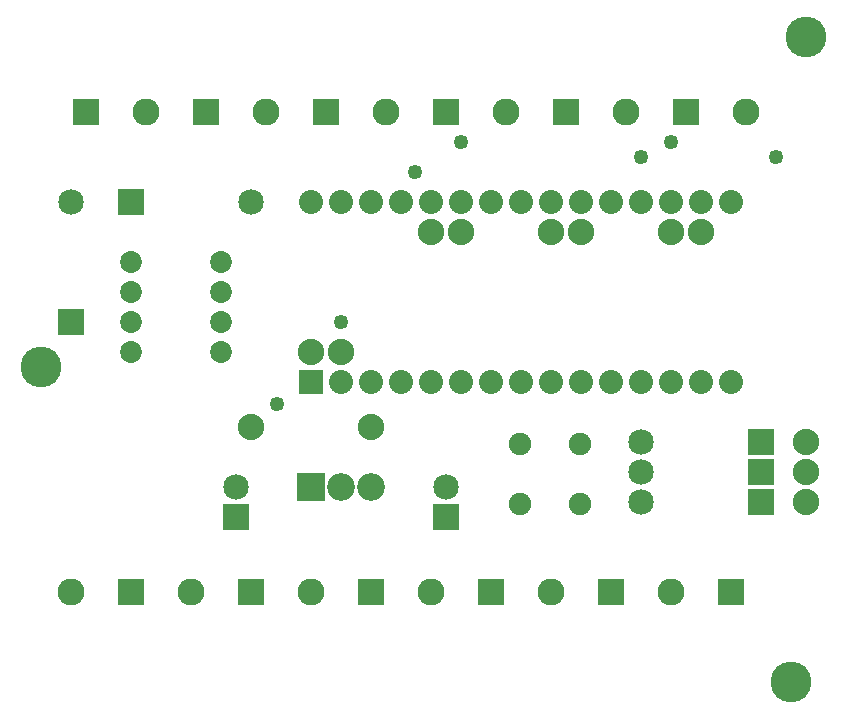
<source format=gts>
G04 MADE WITH FRITZING*
G04 WWW.FRITZING.ORG*
G04 DOUBLE SIDED*
G04 HOLES PLATED*
G04 CONTOUR ON CENTER OF CONTOUR VECTOR*
%ASAXBY*%
%FSLAX23Y23*%
%MOIN*%
%OFA0B0*%
%SFA1.0B1.0*%
%ADD10C,0.088000*%
%ADD11C,0.075418*%
%ADD12C,0.080000*%
%ADD13C,0.073000*%
%ADD14C,0.085000*%
%ADD15C,0.090000*%
%ADD16C,0.092000*%
%ADD17C,0.049370*%
%ADD18C,0.135984*%
%ADD19R,0.080000X0.079972*%
%ADD20R,0.085000X0.085000*%
%ADD21R,0.090000X0.090000*%
%ADD22R,0.092000X0.092000*%
%LNMASK1*%
G90*
G70*
G54D10*
X1106Y1250D03*
X1006Y1250D03*
X1506Y1650D03*
X1406Y1650D03*
X1906Y1650D03*
X1806Y1650D03*
X2306Y1650D03*
X2206Y1650D03*
X2656Y750D03*
X2656Y850D03*
X2656Y950D03*
G54D11*
X1905Y944D03*
X1905Y745D03*
X1705Y944D03*
X1705Y745D03*
G54D12*
X1006Y1150D03*
X1106Y1150D03*
X1206Y1150D03*
X1306Y1150D03*
X1406Y1150D03*
X1506Y1150D03*
X1606Y1150D03*
X1706Y1150D03*
X1806Y1150D03*
X1906Y1150D03*
X2006Y1150D03*
X2106Y1150D03*
X2206Y1150D03*
X2306Y1150D03*
X2406Y1150D03*
X1006Y1750D03*
X1106Y1750D03*
X1206Y1750D03*
X1306Y1750D03*
X1406Y1750D03*
X1506Y1750D03*
X1606Y1750D03*
X1706Y1750D03*
X1806Y1750D03*
X1906Y1750D03*
X2006Y1750D03*
X2106Y1750D03*
X2206Y1750D03*
X2306Y1750D03*
X2406Y1750D03*
G54D13*
X706Y1250D03*
X706Y1350D03*
X706Y1450D03*
X706Y1550D03*
X406Y1550D03*
X406Y1450D03*
X406Y1350D03*
X406Y1250D03*
X706Y1250D03*
X706Y1350D03*
X706Y1450D03*
X706Y1550D03*
X406Y1550D03*
X406Y1450D03*
X406Y1350D03*
X406Y1250D03*
G54D14*
X206Y1350D03*
X206Y1750D03*
X406Y1750D03*
X806Y1750D03*
G54D15*
X1606Y450D03*
X1406Y450D03*
X1206Y450D03*
X1006Y450D03*
X406Y450D03*
X206Y450D03*
X656Y2050D03*
X856Y2050D03*
X2256Y2050D03*
X2456Y2050D03*
X1856Y2050D03*
X2056Y2050D03*
X256Y2050D03*
X456Y2050D03*
X1456Y2050D03*
X1656Y2050D03*
X1056Y2050D03*
X1256Y2050D03*
X806Y450D03*
X606Y450D03*
X2406Y450D03*
X2206Y450D03*
X2006Y450D03*
X1806Y450D03*
G54D16*
X1006Y800D03*
X1106Y800D03*
X1206Y800D03*
G54D14*
X1456Y700D03*
X1456Y800D03*
X756Y700D03*
X756Y800D03*
G54D17*
X1106Y1350D03*
G54D14*
X2506Y750D03*
X2106Y750D03*
X2506Y850D03*
X2106Y850D03*
X2506Y950D03*
X2106Y950D03*
G54D18*
X106Y1200D03*
X2606Y150D03*
X2656Y2300D03*
G54D17*
X2557Y1902D03*
X1354Y1850D03*
X2106Y1902D03*
X2206Y1950D03*
X1506Y1950D03*
G54D10*
X806Y1000D03*
X1206Y1000D03*
X806Y1000D03*
X1206Y1000D03*
G54D17*
X894Y1077D03*
G54D19*
X1006Y1150D03*
G54D20*
X206Y1350D03*
X406Y1750D03*
G54D21*
X1606Y450D03*
X1206Y450D03*
X406Y450D03*
X656Y2050D03*
X2256Y2050D03*
X1856Y2050D03*
X256Y2050D03*
X1456Y2050D03*
X1056Y2050D03*
X806Y450D03*
X2406Y450D03*
X2006Y450D03*
G54D22*
X1006Y800D03*
G54D20*
X1456Y700D03*
X756Y700D03*
X2506Y750D03*
X2506Y850D03*
X2506Y950D03*
G04 End of Mask1*
M02*
</source>
